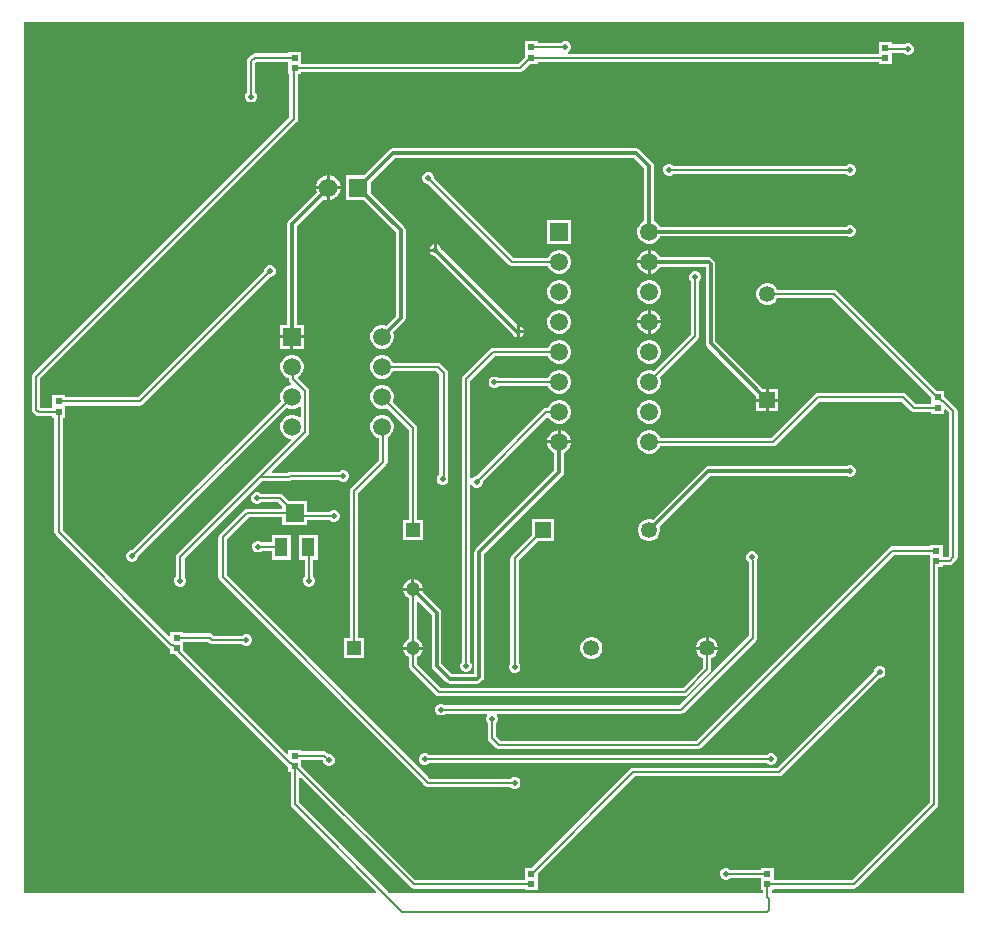
<source format=gtl>
G04*
G04 #@! TF.GenerationSoftware,Altium Limited,Altium Designer,23.11.1 (41)*
G04*
G04 Layer_Physical_Order=1*
G04 Layer_Color=255*
%FSLAX44Y44*%
%MOMM*%
G71*
G04*
G04 #@! TF.SameCoordinates,6762E12D-089E-49D2-B3B2-2041342F93EC*
G04*
G04*
G04 #@! TF.FilePolarity,Positive*
G04*
G01*
G75*
%ADD12C,0.2000*%
%ADD14R,0.6000X0.5000*%
%ADD15R,1.6000X1.6000*%
%ADD16R,1.1000X1.6000*%
%ADD19C,1.2000*%
%ADD20R,1.2000X1.2000*%
%ADD21R,1.2000X1.2000*%
%ADD24C,1.5700*%
%ADD25R,1.5700X1.5700*%
%ADD29C,0.3000*%
%ADD30R,1.3500X1.3500*%
%ADD31C,1.3500*%
%ADD32C,1.5000*%
%ADD33R,1.5000X1.5000*%
%ADD34R,1.3500X1.3500*%
%ADD35C,0.5000*%
G36*
X836000Y40000D02*
X673315D01*
Y42046D01*
X675246D01*
Y43477D01*
X742746D01*
X744112Y43749D01*
X745269Y44523D01*
X813323Y112577D01*
X814097Y113734D01*
X814369Y115100D01*
Y315620D01*
X818300D01*
Y317051D01*
X824048D01*
X825414Y317323D01*
X826571Y318097D01*
X829801Y321327D01*
X830575Y322484D01*
X830847Y323850D01*
Y447656D01*
X830575Y449021D01*
X829801Y450179D01*
X821043Y458937D01*
X819885Y459711D01*
X819570Y459774D01*
Y464414D01*
X813617D01*
X728461Y549569D01*
X727304Y550343D01*
X725938Y550615D01*
X678366D01*
X678366Y550616D01*
X677148Y552726D01*
X675426Y554448D01*
X673316Y555666D01*
X670964Y556296D01*
X668528D01*
X666176Y555666D01*
X664066Y554448D01*
X662344Y552726D01*
X661126Y550616D01*
X660496Y548264D01*
Y545828D01*
X661126Y543476D01*
X662344Y541366D01*
X664066Y539644D01*
X666176Y538426D01*
X668528Y537796D01*
X670964D01*
X673316Y538426D01*
X675426Y539644D01*
X677148Y541366D01*
X678366Y543476D01*
X678366Y543477D01*
X724460D01*
X808570Y459367D01*
Y453983D01*
X795664D01*
X787383Y462263D01*
X786226Y463037D01*
X784860Y463309D01*
X783494Y463037D01*
X783413Y462983D01*
X712301D01*
X710935Y462711D01*
X709778Y461937D01*
X673055Y425215D01*
X579143D01*
X579064Y425506D01*
X577748Y427786D01*
X575886Y429648D01*
X573606Y430965D01*
X571063Y431646D01*
X568429D01*
X565886Y430965D01*
X563606Y429648D01*
X561744Y427786D01*
X560428Y425506D01*
X559746Y422962D01*
Y420330D01*
X560428Y417786D01*
X561744Y415506D01*
X563606Y413644D01*
X565886Y412327D01*
X568429Y411646D01*
X571063D01*
X573606Y412327D01*
X575886Y413644D01*
X577748Y415506D01*
X579064Y417786D01*
X579143Y418077D01*
X674533D01*
X675899Y418349D01*
X677056Y419123D01*
X713779Y455845D01*
X783708D01*
X791663Y447891D01*
X792820Y447117D01*
X794186Y446845D01*
X808570D01*
Y445414D01*
X819570D01*
Y448658D01*
X820743Y449144D01*
X823709Y446178D01*
Y325328D01*
X822570Y324189D01*
X818300D01*
Y334620D01*
X807300D01*
Y333189D01*
X775320D01*
X773954Y332917D01*
X772797Y332143D01*
X609268Y168615D01*
X444224D01*
X440315Y172524D01*
Y183543D01*
X440985Y184214D01*
X441746Y186051D01*
Y188041D01*
X440985Y189878D01*
X440656Y190207D01*
X441182Y191477D01*
X596746D01*
X598112Y191749D01*
X599269Y192523D01*
X660269Y253523D01*
X661043Y254680D01*
X661315Y256046D01*
Y321046D01*
X661185Y321697D01*
X661746Y323051D01*
Y325041D01*
X660985Y326878D01*
X659578Y328285D01*
X657741Y329046D01*
X655751D01*
X653914Y328285D01*
X652507Y326878D01*
X651746Y325041D01*
Y323051D01*
X652507Y321214D01*
X653914Y319807D01*
X653999Y319772D01*
X654051Y319694D01*
X654177Y319568D01*
Y257524D01*
X595268Y198615D01*
X397248D01*
X396578Y199285D01*
X394741Y200046D01*
X392752D01*
X390914Y199285D01*
X389507Y197878D01*
X388746Y196041D01*
Y194051D01*
X389507Y192214D01*
X390914Y190807D01*
X392752Y190046D01*
X394741D01*
X396578Y190807D01*
X397248Y191477D01*
X432310D01*
X432836Y190207D01*
X432507Y189878D01*
X431746Y188041D01*
Y186051D01*
X432507Y184214D01*
X433177Y183543D01*
Y171046D01*
X433449Y169680D01*
X434223Y168523D01*
X440223Y162523D01*
X441380Y161749D01*
X442746Y161477D01*
X610746D01*
X612112Y161749D01*
X613269Y162523D01*
X776798Y326051D01*
X807300D01*
Y319465D01*
X807231Y319120D01*
Y116578D01*
X741268Y50615D01*
X675246D01*
Y61046D01*
X664246D01*
Y59615D01*
X638248D01*
X637578Y60285D01*
X635741Y61046D01*
X633751D01*
X631914Y60285D01*
X630507Y58878D01*
X629746Y57041D01*
Y55051D01*
X630507Y53214D01*
X631914Y51807D01*
X633751Y51046D01*
X635741D01*
X637578Y51807D01*
X638248Y52477D01*
X664246D01*
Y42046D01*
X666177D01*
Y40000D01*
X349839D01*
X273315Y116524D01*
Y137271D01*
X274488Y137757D01*
X367723Y44523D01*
X368880Y43749D01*
X370246Y43477D01*
X464246D01*
Y42046D01*
X475246D01*
Y51046D01*
Y55999D01*
X557687Y138440D01*
X679709D01*
X681075Y138712D01*
X682232Y139486D01*
X764793Y222046D01*
X765741D01*
X767578Y222807D01*
X768985Y224214D01*
X769746Y226051D01*
Y228041D01*
X768985Y229878D01*
X767578Y231285D01*
X765741Y232046D01*
X763752D01*
X761914Y231285D01*
X760507Y229878D01*
X759746Y228041D01*
Y227093D01*
X678231Y145578D01*
X556209D01*
X554843Y145306D01*
X553686Y144532D01*
X470199Y61046D01*
X464246D01*
Y50615D01*
X371724D01*
X275246Y147093D01*
Y152477D01*
X293268D01*
X293746Y151999D01*
Y151051D01*
X294507Y149214D01*
X295914Y147807D01*
X297751Y147046D01*
X299741D01*
X301578Y147807D01*
X302985Y149214D01*
X303746Y151051D01*
Y153041D01*
X302985Y154878D01*
X301578Y156285D01*
X299741Y157046D01*
X298793D01*
X297269Y158569D01*
X296112Y159343D01*
X294746Y159614D01*
X275246D01*
Y161046D01*
X264246D01*
Y157802D01*
X263073Y157316D01*
X175315Y245074D01*
Y245546D01*
X175246Y245891D01*
Y252477D01*
X196325D01*
X197280Y251523D01*
X198438Y250749D01*
X199803Y250477D01*
X225243D01*
X225914Y249807D01*
X227752Y249046D01*
X229741D01*
X231578Y249807D01*
X232985Y251214D01*
X233746Y253051D01*
Y255041D01*
X232985Y256878D01*
X231578Y258285D01*
X229741Y259046D01*
X227752D01*
X225914Y258285D01*
X225243Y257615D01*
X201281D01*
X200326Y258569D01*
X199169Y259343D01*
X197803Y259615D01*
X175246D01*
Y261046D01*
X164246D01*
Y257802D01*
X163073Y257316D01*
X73315Y347074D01*
Y442046D01*
X75246D01*
Y452477D01*
X138746D01*
X140112Y452749D01*
X141269Y453523D01*
X248793Y561046D01*
X249741D01*
X251578Y561807D01*
X252985Y563214D01*
X253746Y565051D01*
Y567040D01*
X252985Y568878D01*
X251578Y570285D01*
X249741Y571046D01*
X247751D01*
X245914Y570285D01*
X244507Y568878D01*
X243746Y567040D01*
Y566093D01*
X137268Y459614D01*
X75246D01*
Y461046D01*
X64246D01*
Y450615D01*
X54315D01*
Y475568D01*
X271269Y692523D01*
X272043Y693680D01*
X272315Y695046D01*
Y733046D01*
X275246D01*
Y734477D01*
X460246D01*
X461612Y734749D01*
X462769Y735523D01*
X469293Y742046D01*
X475246D01*
Y743227D01*
X764246D01*
Y741546D01*
X775246D01*
Y751051D01*
X784669D01*
X785914Y749807D01*
X787751Y749046D01*
X789741D01*
X791578Y749807D01*
X792985Y751214D01*
X793746Y753051D01*
Y755041D01*
X792985Y756878D01*
X791578Y758285D01*
X789741Y759046D01*
X787751D01*
X785914Y758285D01*
X785817Y758189D01*
X775246D01*
Y760546D01*
X764246D01*
Y750365D01*
X501414D01*
X501162Y751635D01*
X501578Y751807D01*
X502985Y753214D01*
X503746Y755051D01*
Y757040D01*
X502985Y758878D01*
X501578Y760285D01*
X499741Y761046D01*
X497752D01*
X495914Y760285D01*
X495243Y759615D01*
X475246D01*
Y761046D01*
X464246D01*
Y747093D01*
X458768Y741615D01*
X275246D01*
Y752046D01*
X264246D01*
Y750615D01*
X235918D01*
X234552Y750343D01*
X233394Y749569D01*
X230223Y746398D01*
X229449Y745240D01*
X229177Y743874D01*
Y717549D01*
X228507Y716878D01*
X227746Y715041D01*
Y713051D01*
X228507Y711214D01*
X229914Y709807D01*
X231751Y709046D01*
X233741D01*
X235578Y709807D01*
X236985Y711214D01*
X237746Y713051D01*
Y715041D01*
X236985Y716878D01*
X236315Y717549D01*
Y742396D01*
X237396Y743477D01*
X264246D01*
Y733046D01*
X265177D01*
Y696524D01*
X48223Y479569D01*
X47449Y478412D01*
X47178Y477046D01*
Y449046D01*
X47449Y447680D01*
X48223Y446523D01*
X50223Y444523D01*
X51380Y443749D01*
X52746Y443477D01*
X64246D01*
Y442046D01*
X66177D01*
Y345596D01*
X66449Y344231D01*
X67223Y343073D01*
X162773Y247523D01*
X163931Y246749D01*
X164246Y246686D01*
Y242046D01*
X168573D01*
X169223Y241073D01*
X262773Y147523D01*
X263931Y146749D01*
X264246Y146686D01*
Y142046D01*
X266177D01*
Y115046D01*
X266449Y113680D01*
X267223Y112523D01*
X338572Y41173D01*
X338086Y40000D01*
X40000D01*
Y777000D01*
X836000D01*
Y40000D01*
D02*
G37*
%LPC*%
G36*
X558746Y670124D02*
X558746Y670124D01*
X352446D01*
X352446Y670124D01*
X350885Y669814D01*
X349562Y668930D01*
X328028Y647396D01*
X313096D01*
Y626696D01*
X328028D01*
X355368Y599357D01*
Y528275D01*
X347122Y520030D01*
X344823Y520646D01*
X342189D01*
X339646Y519964D01*
X337366Y518648D01*
X335504Y516786D01*
X334188Y514506D01*
X333506Y511963D01*
Y509329D01*
X334188Y506786D01*
X335504Y504506D01*
X337366Y502644D01*
X339646Y501328D01*
X342189Y500646D01*
X344823D01*
X347366Y501328D01*
X349646Y502644D01*
X351508Y504506D01*
X352825Y506786D01*
X353506Y509329D01*
Y511963D01*
X352890Y514262D01*
X362330Y523702D01*
X362330Y523702D01*
X363214Y525025D01*
X363524Y526586D01*
Y601046D01*
X363214Y602607D01*
X362330Y603930D01*
X362330Y603930D01*
X333796Y632464D01*
Y641628D01*
X354135Y661968D01*
X557057D01*
X565668Y653357D01*
Y608638D01*
X563606Y607448D01*
X561744Y605586D01*
X560428Y603306D01*
X559746Y600762D01*
Y598130D01*
X560428Y595586D01*
X561744Y593306D01*
X563606Y591444D01*
X565886Y590127D01*
X568429Y589446D01*
X571063D01*
X573606Y590127D01*
X575886Y591444D01*
X577748Y593306D01*
X579064Y595586D01*
X579086Y595668D01*
X737251D01*
X738752Y595046D01*
X740741D01*
X742578Y595807D01*
X743985Y597214D01*
X744746Y599051D01*
Y601041D01*
X743985Y602878D01*
X742578Y604285D01*
X740741Y605046D01*
X738752D01*
X736914Y604285D01*
X736453Y603824D01*
X578765D01*
X577748Y605586D01*
X575886Y607448D01*
X573824Y608638D01*
Y655046D01*
X573824Y655046D01*
X573514Y656607D01*
X572630Y657930D01*
X561630Y668930D01*
X560307Y669814D01*
X560048Y669865D01*
X558746Y670124D01*
D02*
G37*
G36*
X740741Y657046D02*
X738752D01*
X736914Y656285D01*
X736244Y655615D01*
X590248D01*
X589578Y656285D01*
X587741Y657046D01*
X585751D01*
X583914Y656285D01*
X582507Y654878D01*
X581746Y653041D01*
Y651051D01*
X582507Y649214D01*
X583914Y647807D01*
X585751Y647046D01*
X587741D01*
X589578Y647807D01*
X590248Y648477D01*
X736244D01*
X736914Y647807D01*
X738752Y647046D01*
X740741D01*
X742578Y647807D01*
X743985Y649214D01*
X744746Y651051D01*
Y653041D01*
X743985Y654878D01*
X742578Y656285D01*
X740741Y657046D01*
D02*
G37*
G36*
X299414Y647436D02*
X299316D01*
Y638316D01*
X308436D01*
Y638414D01*
X307728Y641056D01*
X306360Y643426D01*
X304426Y645360D01*
X302056Y646728D01*
X299414Y647436D01*
D02*
G37*
G36*
X296776D02*
X296678D01*
X294036Y646728D01*
X291666Y645360D01*
X289732Y643426D01*
X288364Y641056D01*
X287656Y638414D01*
Y638316D01*
X296776D01*
Y647436D01*
D02*
G37*
G36*
X308436Y635776D02*
X299316D01*
Y626656D01*
X299414D01*
X302056Y627364D01*
X304426Y628732D01*
X306360Y630666D01*
X307728Y633036D01*
X308436Y635678D01*
Y635776D01*
D02*
G37*
G36*
X296776D02*
X287656D01*
Y635678D01*
X288344Y633111D01*
X264422Y609190D01*
X263538Y607867D01*
X263228Y606306D01*
X263228Y606306D01*
Y520686D01*
X257266D01*
Y511916D01*
X277346D01*
Y520686D01*
X271384D01*
Y604617D01*
X294111Y627344D01*
X296678Y626656D01*
X296776D01*
Y635776D01*
D02*
G37*
G36*
X503546Y609446D02*
X483546D01*
Y589446D01*
X503546D01*
Y609446D01*
D02*
G37*
G36*
X387476Y588975D02*
X385891Y588319D01*
X384473Y586901D01*
X383817Y585316D01*
X387476D01*
Y588975D01*
D02*
G37*
G36*
X568476Y584086D02*
X568424D01*
X565871Y583402D01*
X563581Y582080D01*
X561712Y580211D01*
X560390Y577921D01*
X559706Y575368D01*
Y575316D01*
X568476D01*
Y584086D01*
D02*
G37*
G36*
X383741Y650046D02*
X381752D01*
X379914Y649285D01*
X378507Y647878D01*
X377746Y646041D01*
Y644051D01*
X378507Y642214D01*
X379914Y640807D01*
X381752Y640046D01*
X382699D01*
X451223Y571523D01*
X452380Y570749D01*
X453746Y570477D01*
X484150D01*
X484227Y570186D01*
X485544Y567906D01*
X487406Y566044D01*
X489686Y564728D01*
X492229Y564046D01*
X494863D01*
X497406Y564728D01*
X499686Y566044D01*
X501548Y567906D01*
X502864Y570186D01*
X503546Y572729D01*
Y575363D01*
X502864Y577906D01*
X501548Y580186D01*
X499686Y582048D01*
X497406Y583364D01*
X494863Y584046D01*
X492229D01*
X489686Y583364D01*
X487406Y582048D01*
X485544Y580186D01*
X484227Y577906D01*
X484150Y577615D01*
X455224D01*
X387746Y645093D01*
Y646041D01*
X386985Y647878D01*
X385578Y649285D01*
X383741Y650046D01*
D02*
G37*
G36*
X568476Y572776D02*
X559706D01*
Y572724D01*
X560390Y570171D01*
X561712Y567881D01*
X563581Y566012D01*
X565871Y564690D01*
X568424Y564006D01*
X568476D01*
Y572776D01*
D02*
G37*
G36*
X571063Y558646D02*
X568429D01*
X565886Y557965D01*
X563606Y556648D01*
X561744Y554786D01*
X560428Y552506D01*
X559746Y549963D01*
Y547329D01*
X560428Y544786D01*
X561744Y542506D01*
X563606Y540644D01*
X565886Y539328D01*
X568429Y538646D01*
X571063D01*
X573606Y539328D01*
X575886Y540644D01*
X577748Y542506D01*
X579064Y544786D01*
X579746Y547329D01*
Y549963D01*
X579064Y552506D01*
X577748Y554786D01*
X575886Y556648D01*
X573606Y557965D01*
X571063Y558646D01*
D02*
G37*
G36*
X494863D02*
X492229D01*
X489686Y557965D01*
X487406Y556648D01*
X485544Y554786D01*
X484227Y552506D01*
X483546Y549963D01*
Y547329D01*
X484227Y544786D01*
X485544Y542506D01*
X487406Y540644D01*
X489686Y539328D01*
X492229Y538646D01*
X494863D01*
X497406Y539328D01*
X499686Y540644D01*
X501548Y542506D01*
X502864Y544786D01*
X503546Y547329D01*
Y549963D01*
X502864Y552506D01*
X501548Y554786D01*
X499686Y556648D01*
X497406Y557965D01*
X494863Y558646D01*
D02*
G37*
G36*
X571068Y533286D02*
X571016D01*
Y524516D01*
X579786D01*
Y524568D01*
X579102Y527121D01*
X577780Y529411D01*
X575911Y531280D01*
X573621Y532602D01*
X571068Y533286D01*
D02*
G37*
G36*
X568476D02*
X568424D01*
X565871Y532602D01*
X563581Y531280D01*
X561712Y529411D01*
X560390Y527121D01*
X559706Y524568D01*
Y524516D01*
X568476D01*
Y533286D01*
D02*
G37*
G36*
X460016Y519975D02*
Y516316D01*
X463675D01*
X463019Y517901D01*
X461601Y519319D01*
X460016Y519975D01*
D02*
G37*
G36*
X494863Y533246D02*
X492229D01*
X489686Y532565D01*
X487406Y531248D01*
X485544Y529386D01*
X484227Y527106D01*
X483546Y524562D01*
Y521930D01*
X484227Y519386D01*
X485544Y517106D01*
X487406Y515244D01*
X489686Y513927D01*
X492229Y513246D01*
X494863D01*
X497406Y513927D01*
X499686Y515244D01*
X501548Y517106D01*
X502864Y519386D01*
X503546Y521930D01*
Y524562D01*
X502864Y527106D01*
X501548Y529386D01*
X499686Y531248D01*
X497406Y532565D01*
X494863Y533246D01*
D02*
G37*
G36*
X579786Y521976D02*
X571016D01*
Y513206D01*
X571068D01*
X573621Y513890D01*
X575911Y515212D01*
X577780Y517081D01*
X579102Y519371D01*
X579786Y521924D01*
Y521976D01*
D02*
G37*
G36*
X568476D02*
X559706D01*
Y521924D01*
X560390Y519371D01*
X561712Y517081D01*
X563581Y515212D01*
X565871Y513890D01*
X568424Y513206D01*
X568476D01*
Y521976D01*
D02*
G37*
G36*
X463675Y513776D02*
X460016D01*
Y510117D01*
X461601Y510773D01*
X463019Y512191D01*
X463675Y513776D01*
D02*
G37*
G36*
X390016Y588975D02*
Y584046D01*
X388746D01*
Y582776D01*
X383817D01*
X384473Y581191D01*
X385891Y579773D01*
X387743Y579006D01*
X388018D01*
X454219Y512806D01*
X454473Y512191D01*
X455891Y510773D01*
X457476Y510117D01*
Y515046D01*
Y521084D01*
X393786Y584774D01*
Y585048D01*
X393019Y586901D01*
X391601Y588319D01*
X390016Y588975D01*
D02*
G37*
G36*
X277346Y509376D02*
X268576D01*
Y500606D01*
X277346D01*
Y509376D01*
D02*
G37*
G36*
X266036D02*
X257266D01*
Y500606D01*
X266036D01*
Y509376D01*
D02*
G37*
G36*
X571063Y507846D02*
X568429D01*
X565886Y507164D01*
X563606Y505848D01*
X561744Y503986D01*
X560428Y501706D01*
X559746Y499162D01*
Y496530D01*
X560428Y493986D01*
X561744Y491706D01*
X563606Y489844D01*
X565886Y488527D01*
X568429Y487846D01*
X571063D01*
X573606Y488527D01*
X575886Y489844D01*
X577748Y491706D01*
X579064Y493986D01*
X579746Y496530D01*
Y499162D01*
X579064Y501706D01*
X577748Y503986D01*
X575886Y505848D01*
X573606Y507164D01*
X571063Y507846D01*
D02*
G37*
G36*
X494863D02*
X492229D01*
X489686Y507164D01*
X487406Y505848D01*
X485544Y503986D01*
X484227Y501706D01*
X484150Y501415D01*
X437546D01*
X436180Y501143D01*
X435023Y500369D01*
X412223Y477569D01*
X411449Y476412D01*
X411177Y475046D01*
Y235548D01*
X410507Y234878D01*
X409746Y233041D01*
Y231051D01*
X410507Y229214D01*
X411914Y227807D01*
X413751Y227046D01*
X415741D01*
X417578Y227807D01*
X418985Y229214D01*
X419746Y231051D01*
Y233041D01*
X418985Y234878D01*
X418315Y235548D01*
Y384774D01*
X419210Y385104D01*
X419585Y385136D01*
X420914Y383807D01*
X422752Y383046D01*
X424741D01*
X426578Y383807D01*
X427985Y385214D01*
X428746Y387051D01*
Y387999D01*
X483190Y442443D01*
X484777Y442234D01*
X485544Y440906D01*
X487406Y439044D01*
X489686Y437728D01*
X492229Y437046D01*
X494863D01*
X497406Y437728D01*
X499686Y439044D01*
X501548Y440906D01*
X502864Y443186D01*
X503546Y445729D01*
Y448363D01*
X502864Y450906D01*
X501548Y453186D01*
X499686Y455048D01*
X497406Y456365D01*
X494863Y457046D01*
X492229D01*
X489686Y456365D01*
X487406Y455048D01*
X485544Y453186D01*
X484227Y450906D01*
X484150Y450615D01*
X482746D01*
X481380Y450343D01*
X480223Y449569D01*
X423699Y393046D01*
X422752D01*
X420914Y392285D01*
X419585Y390956D01*
X419210Y390988D01*
X418315Y391318D01*
Y473568D01*
X439024Y494277D01*
X484150D01*
X484227Y493986D01*
X485544Y491706D01*
X487406Y489844D01*
X489686Y488527D01*
X492229Y487846D01*
X494863D01*
X497406Y488527D01*
X499686Y489844D01*
X501548Y491706D01*
X502864Y493986D01*
X503546Y496530D01*
Y499162D01*
X502864Y501706D01*
X501548Y503986D01*
X499686Y505848D01*
X497406Y507164D01*
X494863Y507846D01*
D02*
G37*
G36*
X609741Y566046D02*
X607752D01*
X605914Y565285D01*
X604507Y563878D01*
X603746Y562041D01*
Y560051D01*
X604507Y558214D01*
X605177Y557543D01*
Y512924D01*
X573867Y481614D01*
X573606Y481764D01*
X571063Y482446D01*
X568429D01*
X565886Y481764D01*
X563606Y480448D01*
X561744Y478586D01*
X560428Y476306D01*
X559746Y473763D01*
Y471129D01*
X560428Y468586D01*
X561744Y466306D01*
X563606Y464444D01*
X565886Y463128D01*
X568429Y462446D01*
X571063D01*
X573606Y463128D01*
X575886Y464444D01*
X577748Y466306D01*
X579064Y468586D01*
X579746Y471129D01*
Y473763D01*
X579064Y476306D01*
X578914Y476567D01*
X611269Y508923D01*
X612043Y510080D01*
X612315Y511446D01*
Y557543D01*
X612985Y558214D01*
X613746Y560051D01*
Y562041D01*
X612985Y563878D01*
X611578Y565285D01*
X609741Y566046D01*
D02*
G37*
G36*
X494863Y482446D02*
X492229D01*
X489686Y481764D01*
X487406Y480448D01*
X485544Y478586D01*
X484227Y476306D01*
X484096Y475815D01*
X442048D01*
X441578Y476285D01*
X439741Y477046D01*
X437751D01*
X435914Y476285D01*
X434507Y474878D01*
X433746Y473041D01*
Y471051D01*
X434507Y469214D01*
X435914Y467807D01*
X437751Y467046D01*
X439741D01*
X441578Y467807D01*
X442449Y468677D01*
X484203D01*
X484227Y468586D01*
X485544Y466306D01*
X487406Y464444D01*
X489686Y463128D01*
X492229Y462446D01*
X494863D01*
X497406Y463128D01*
X499686Y464444D01*
X501548Y466306D01*
X502864Y468586D01*
X503546Y471129D01*
Y473763D01*
X502864Y476306D01*
X501548Y478586D01*
X499686Y480448D01*
X497406Y481764D01*
X494863Y482446D01*
D02*
G37*
G36*
X679036Y466336D02*
X671016D01*
Y458316D01*
X679036D01*
Y466336D01*
D02*
G37*
G36*
X571068Y584086D02*
X571016D01*
Y574046D01*
Y564006D01*
X571068D01*
X573621Y564690D01*
X575911Y566012D01*
X577780Y567881D01*
X578985Y569968D01*
X617668D01*
Y505046D01*
X617668Y505046D01*
X617978Y503485D01*
X618862Y502162D01*
X660456Y460568D01*
Y458316D01*
X668476D01*
Y466336D01*
X666224D01*
X625824Y506735D01*
Y572289D01*
X625824Y572289D01*
X625514Y573849D01*
X624630Y575173D01*
X624630Y575173D01*
X622873Y576930D01*
X621549Y577814D01*
X619989Y578124D01*
X619989Y578124D01*
X578985D01*
X577780Y580211D01*
X575911Y582080D01*
X573621Y583402D01*
X571068Y584086D01*
D02*
G37*
G36*
X679036Y455776D02*
X671016D01*
Y447756D01*
X679036D01*
Y455776D01*
D02*
G37*
G36*
X668476D02*
X660456D01*
Y447756D01*
X668476D01*
Y455776D01*
D02*
G37*
G36*
X268623Y495246D02*
X265989D01*
X263446Y494565D01*
X261166Y493248D01*
X259304Y491386D01*
X257987Y489106D01*
X257306Y486562D01*
Y483929D01*
X257987Y481386D01*
X259304Y479106D01*
X261166Y477244D01*
X263446Y475928D01*
X264394Y475674D01*
Y474746D01*
X264665Y473380D01*
X265439Y472223D01*
X266642Y471019D01*
X266156Y469846D01*
X265989D01*
X263446Y469165D01*
X261166Y467848D01*
X259304Y465986D01*
X257987Y463706D01*
X257306Y461162D01*
Y458530D01*
X257987Y455986D01*
X257999Y455966D01*
X132079Y330046D01*
X130751D01*
X128914Y329285D01*
X127507Y327878D01*
X126746Y326040D01*
Y324051D01*
X127507Y322214D01*
X128914Y320807D01*
X130751Y320046D01*
X132741D01*
X134578Y320807D01*
X135985Y322214D01*
X136746Y324051D01*
Y324619D01*
X262944Y450817D01*
X263446Y450527D01*
X265989Y449846D01*
X268623D01*
X271166Y450527D01*
X273446Y451844D01*
X273564Y451962D01*
X274737Y451476D01*
Y442816D01*
X273564Y442330D01*
X273446Y442448D01*
X271166Y443764D01*
X268623Y444446D01*
X265989D01*
X263446Y443764D01*
X261166Y442448D01*
X259304Y440586D01*
X257987Y438306D01*
X257306Y435762D01*
Y433130D01*
X257987Y430586D01*
X259304Y428306D01*
X261166Y426444D01*
X263446Y425127D01*
X265989Y424446D01*
X266156D01*
X266642Y423273D01*
X237939Y394569D01*
X170223Y326853D01*
X169449Y325695D01*
X169177Y324330D01*
Y307549D01*
X168507Y306878D01*
X167746Y305041D01*
Y303051D01*
X168507Y301214D01*
X169914Y299807D01*
X171751Y299046D01*
X173741D01*
X175578Y299807D01*
X176985Y301214D01*
X177746Y303051D01*
Y305041D01*
X176985Y306878D01*
X176315Y307549D01*
Y322851D01*
X241940Y388477D01*
X264426D01*
X265791Y388749D01*
X266882Y389477D01*
X307243D01*
X307914Y388807D01*
X309751Y388046D01*
X311741D01*
X313578Y388807D01*
X314985Y390214D01*
X315746Y392051D01*
Y394041D01*
X314985Y395878D01*
X313578Y397285D01*
X311741Y398046D01*
X309751D01*
X307914Y397285D01*
X307243Y396615D01*
X265426D01*
X264060Y396343D01*
X262970Y395615D01*
X250737D01*
X250251Y396788D01*
X280829Y427366D01*
X281603Y428524D01*
X281875Y429890D01*
Y464402D01*
X281603Y465768D01*
X280829Y466926D01*
X272323Y475432D01*
X272489Y476691D01*
X273446Y477244D01*
X275308Y479106D01*
X276625Y481386D01*
X277306Y483929D01*
Y486562D01*
X276625Y489106D01*
X275308Y491386D01*
X273446Y493248D01*
X271166Y494565D01*
X268623Y495246D01*
D02*
G37*
G36*
X571063Y457046D02*
X568429D01*
X565886Y456365D01*
X563606Y455048D01*
X561744Y453186D01*
X560428Y450906D01*
X559746Y448363D01*
Y445729D01*
X560428Y443186D01*
X561744Y440906D01*
X563606Y439044D01*
X565886Y437728D01*
X568429Y437046D01*
X571063D01*
X573606Y437728D01*
X575886Y439044D01*
X577748Y440906D01*
X579064Y443186D01*
X579746Y445729D01*
Y448363D01*
X579064Y450906D01*
X577748Y453186D01*
X575886Y455048D01*
X573606Y456365D01*
X571063Y457046D01*
D02*
G37*
G36*
X494868Y431686D02*
X494816D01*
Y422916D01*
X503586D01*
Y422968D01*
X502902Y425521D01*
X501580Y427811D01*
X499711Y429680D01*
X497421Y431002D01*
X494868Y431686D01*
D02*
G37*
G36*
X492276D02*
X492224D01*
X489671Y431002D01*
X487381Y429680D01*
X485512Y427811D01*
X484190Y425521D01*
X483506Y422968D01*
Y422916D01*
X492276D01*
Y431686D01*
D02*
G37*
G36*
X740741Y402046D02*
X738752D01*
X736914Y401285D01*
X736753Y401124D01*
X619746D01*
X619746Y401124D01*
X618185Y400814D01*
X616862Y399930D01*
X572750Y355817D01*
X570964Y356296D01*
X568528D01*
X566176Y355666D01*
X564066Y354448D01*
X562344Y352726D01*
X561126Y350616D01*
X560496Y348264D01*
Y345828D01*
X561126Y343476D01*
X562344Y341366D01*
X564066Y339644D01*
X566176Y338426D01*
X568528Y337796D01*
X570964D01*
X573316Y338426D01*
X575426Y339644D01*
X577148Y341366D01*
X578366Y343476D01*
X578996Y345828D01*
Y348264D01*
X578517Y350050D01*
X621435Y392968D01*
X736753D01*
X736914Y392807D01*
X738752Y392046D01*
X740741D01*
X742578Y392807D01*
X743985Y394214D01*
X744746Y396051D01*
Y398041D01*
X743985Y399878D01*
X742578Y401285D01*
X740741Y402046D01*
D02*
G37*
G36*
X344823Y495246D02*
X342189D01*
X339646Y494565D01*
X337366Y493248D01*
X335504Y491386D01*
X334188Y489106D01*
X333506Y486562D01*
Y483929D01*
X334188Y481386D01*
X335504Y479106D01*
X337366Y477244D01*
X339646Y475928D01*
X342189Y475246D01*
X344823D01*
X347366Y475928D01*
X349646Y477244D01*
X351508Y479106D01*
X352825Y481386D01*
X352903Y481677D01*
X389068D01*
X392177Y478568D01*
Y394394D01*
X391914Y394285D01*
X390507Y392878D01*
X389746Y391041D01*
Y389051D01*
X390507Y387214D01*
X391914Y385807D01*
X393751Y385046D01*
X395741D01*
X397578Y385807D01*
X398985Y387214D01*
X399746Y389051D01*
Y391041D01*
X399315Y392082D01*
Y480046D01*
X399043Y481412D01*
X398269Y482569D01*
X393069Y487769D01*
X391912Y488543D01*
X390546Y488815D01*
X352903D01*
X352825Y489106D01*
X351508Y491386D01*
X349646Y493248D01*
X347366Y494565D01*
X344823Y495246D01*
D02*
G37*
G36*
X238741Y379046D02*
X236751D01*
X234914Y378285D01*
X233507Y376878D01*
X232746Y375041D01*
Y373051D01*
X233507Y371214D01*
X234914Y369807D01*
X236751Y369046D01*
X238741D01*
X240578Y369807D01*
X241248Y370477D01*
X255768D01*
X259246Y366999D01*
Y365115D01*
X229246D01*
X227880Y364843D01*
X226723Y364069D01*
X206041Y343387D01*
X205267Y342230D01*
X204995Y340864D01*
Y307228D01*
X205267Y305862D01*
X206041Y304705D01*
X380223Y130523D01*
X381380Y129749D01*
X382746Y129477D01*
X452243D01*
X452914Y128807D01*
X454752Y128046D01*
X456741D01*
X458578Y128807D01*
X459985Y130214D01*
X460746Y132051D01*
Y134040D01*
X459985Y135878D01*
X458578Y137285D01*
X456741Y138046D01*
X454752D01*
X452914Y137285D01*
X452243Y136615D01*
X384224D01*
X212133Y308706D01*
Y339386D01*
X230724Y357977D01*
X259246D01*
Y351046D01*
X280246D01*
Y355477D01*
X299244D01*
X299914Y354807D01*
X301751Y354046D01*
X303741D01*
X305578Y354807D01*
X306985Y356214D01*
X307746Y358051D01*
Y360041D01*
X306985Y361878D01*
X305578Y363285D01*
X303741Y364046D01*
X301751D01*
X299914Y363285D01*
X299244Y362615D01*
X280246D01*
Y372046D01*
X264293D01*
X259769Y376569D01*
X258612Y377343D01*
X257246Y377615D01*
X241248D01*
X240578Y378285D01*
X238741Y379046D01*
D02*
G37*
G36*
X344823Y469846D02*
X342189D01*
X339646Y469165D01*
X337366Y467848D01*
X335504Y465986D01*
X334188Y463706D01*
X333506Y461162D01*
Y458530D01*
X334188Y455986D01*
X335504Y453706D01*
X337366Y451844D01*
X339646Y450527D01*
X342189Y449846D01*
X344823D01*
X347366Y450527D01*
X347627Y450678D01*
X366177Y432128D01*
Y355546D01*
X361246D01*
Y338546D01*
X378246D01*
Y355546D01*
X373315D01*
Y433606D01*
X373043Y434972D01*
X372269Y436129D01*
X352674Y455725D01*
X352825Y455986D01*
X353506Y458530D01*
Y461162D01*
X352825Y463706D01*
X351508Y465986D01*
X349646Y467848D01*
X347366Y469165D01*
X344823Y469846D01*
D02*
G37*
G36*
X266246Y343046D02*
X250246D01*
Y336615D01*
X242248D01*
X241578Y337285D01*
X239741Y338046D01*
X237752D01*
X235914Y337285D01*
X234507Y335878D01*
X233746Y334041D01*
Y332051D01*
X234507Y330214D01*
X235914Y328807D01*
X237752Y328046D01*
X239741D01*
X241578Y328807D01*
X242248Y329477D01*
X250246D01*
Y322046D01*
X266246D01*
Y343046D01*
D02*
G37*
G36*
X289246D02*
X273246D01*
Y322046D01*
X278177D01*
Y307549D01*
X277507Y306878D01*
X276746Y305041D01*
Y303051D01*
X277507Y301214D01*
X278914Y299807D01*
X280751Y299046D01*
X282741D01*
X284578Y299807D01*
X285985Y301214D01*
X286746Y303051D01*
Y305041D01*
X285985Y306878D01*
X285315Y307549D01*
Y322046D01*
X289246D01*
Y343046D01*
D02*
G37*
G36*
X371016Y305547D02*
Y298316D01*
X378247D01*
X377704Y300342D01*
X376580Y302290D01*
X374990Y303880D01*
X373042Y305004D01*
X371016Y305547D01*
D02*
G37*
G36*
X368476D02*
X366450Y305004D01*
X364502Y303880D01*
X362912Y302290D01*
X361788Y300342D01*
X361245Y298316D01*
X368476D01*
Y305547D01*
D02*
G37*
G36*
X620016Y256323D02*
Y248316D01*
X628023D01*
X627403Y250632D01*
X626180Y252750D01*
X624450Y254480D01*
X622332Y255703D01*
X620016Y256323D01*
D02*
G37*
G36*
X617476Y256323D02*
X615160Y255703D01*
X613042Y254480D01*
X611312Y252750D01*
X610089Y250632D01*
X609469Y248316D01*
X617476D01*
Y256323D01*
D02*
G37*
G36*
X344823Y444446D02*
X342189D01*
X339646Y443764D01*
X337366Y442448D01*
X335504Y440586D01*
X334188Y438306D01*
X333506Y435762D01*
Y433130D01*
X334188Y430586D01*
X335504Y428306D01*
X337366Y426444D01*
X339646Y425127D01*
X341177Y424717D01*
Y406524D01*
X317223Y382569D01*
X316449Y381412D01*
X316177Y380046D01*
Y255546D01*
X311246D01*
Y238546D01*
X328246D01*
Y255546D01*
X323315D01*
Y378568D01*
X347269Y402523D01*
X348043Y403680D01*
X348315Y405046D01*
Y425675D01*
X349646Y426444D01*
X351508Y428306D01*
X352825Y430586D01*
X353506Y433130D01*
Y435762D01*
X352825Y438306D01*
X351508Y440586D01*
X349646Y442448D01*
X347366Y443764D01*
X344823Y444446D01*
D02*
G37*
G36*
X521964Y256296D02*
X519528D01*
X517176Y255666D01*
X515066Y254448D01*
X513344Y252726D01*
X512126Y250616D01*
X511496Y248264D01*
Y245828D01*
X512126Y243476D01*
X513344Y241366D01*
X515066Y239644D01*
X517176Y238426D01*
X519528Y237796D01*
X521964D01*
X524316Y238426D01*
X526426Y239644D01*
X528148Y241366D01*
X529366Y243476D01*
X529996Y245828D01*
Y248264D01*
X529366Y250616D01*
X528148Y252726D01*
X526426Y254448D01*
X524316Y255666D01*
X521964Y256296D01*
D02*
G37*
G36*
X488996Y356296D02*
X470496D01*
Y342843D01*
X453223Y325569D01*
X452449Y324412D01*
X452178Y323046D01*
Y234548D01*
X451507Y233878D01*
X450746Y232041D01*
Y230051D01*
X451507Y228214D01*
X452914Y226807D01*
X454752Y226046D01*
X456741D01*
X458578Y226807D01*
X459985Y228214D01*
X460746Y230051D01*
Y232041D01*
X459985Y233878D01*
X459315Y234548D01*
Y321568D01*
X475543Y337796D01*
X488996D01*
Y356296D01*
D02*
G37*
G36*
X503586Y420376D02*
X483506D01*
Y420324D01*
X484190Y417771D01*
X485512Y415481D01*
X487381Y413612D01*
X489468Y412407D01*
Y397535D01*
X422862Y330930D01*
X421978Y329607D01*
X421668Y328046D01*
X421668Y328046D01*
Y225124D01*
X402435D01*
X393824Y233735D01*
Y277046D01*
X393514Y278607D01*
X392630Y279930D01*
X392630Y279930D01*
X377938Y294622D01*
X378247Y295776D01*
X369746D01*
Y297046D01*
D01*
Y295776D01*
X361245D01*
X361788Y293750D01*
X362912Y291802D01*
X364502Y290212D01*
X366177Y289245D01*
Y254847D01*
X364502Y253880D01*
X362912Y252290D01*
X361788Y250342D01*
X361245Y248316D01*
X378247D01*
X377704Y250342D01*
X376580Y252290D01*
X374990Y253880D01*
X373315Y254847D01*
Y286050D01*
X374488Y286536D01*
X385668Y275357D01*
Y232046D01*
X385668Y232046D01*
X385978Y230485D01*
X386862Y229162D01*
X397862Y218162D01*
X399185Y217278D01*
X400746Y216968D01*
X400746Y216968D01*
X423988D01*
X423989Y216968D01*
X425549Y217278D01*
X426872Y218162D01*
X428630Y219919D01*
X428630Y219919D01*
X429514Y221243D01*
X429824Y222803D01*
X429824Y222803D01*
Y326357D01*
X496430Y392962D01*
X497314Y394285D01*
X497624Y395846D01*
X497624Y395846D01*
Y412407D01*
X499711Y413612D01*
X501580Y415481D01*
X502902Y417771D01*
X503586Y420324D01*
Y420376D01*
D02*
G37*
G36*
X628023Y245776D02*
X618746D01*
X609469D01*
X610089Y243460D01*
X611312Y241342D01*
X613042Y239612D01*
X615160Y238389D01*
X615177Y238384D01*
Y230524D01*
X598268Y213615D01*
X393224D01*
X373315Y233524D01*
Y239245D01*
X374990Y240212D01*
X376580Y241802D01*
X377704Y243750D01*
X378247Y245776D01*
X361245D01*
X361788Y243750D01*
X362912Y241802D01*
X364502Y240212D01*
X366177Y239245D01*
Y232046D01*
X366449Y230680D01*
X367223Y229523D01*
X389223Y207523D01*
X390380Y206749D01*
X391746Y206477D01*
X599746D01*
X601112Y206749D01*
X602269Y207523D01*
X621269Y226523D01*
X622043Y227680D01*
X622315Y229046D01*
Y238384D01*
X622332Y238389D01*
X624450Y239612D01*
X626180Y241342D01*
X627403Y243460D01*
X628023Y245776D01*
D02*
G37*
G36*
X673741Y158046D02*
X671751D01*
X669914Y157285D01*
X669243Y156615D01*
X383248D01*
X382578Y157285D01*
X380741Y158046D01*
X378751D01*
X376914Y157285D01*
X375507Y155878D01*
X374746Y154041D01*
Y152051D01*
X375507Y150214D01*
X376914Y148807D01*
X378751Y148046D01*
X380741D01*
X382578Y148807D01*
X383248Y149477D01*
X669243D01*
X669914Y148807D01*
X671751Y148046D01*
X673741D01*
X675578Y148807D01*
X676985Y150214D01*
X677746Y152051D01*
Y154041D01*
X676985Y155878D01*
X675578Y157285D01*
X673741Y158046D01*
D02*
G37*
%LPD*%
D12*
X369746Y347046D02*
Y433606D01*
X343506Y459846D02*
X369746Y433606D01*
X824048Y320620D02*
X827278Y323850D01*
X812800Y320620D02*
X824048D01*
X827278Y323850D02*
Y447656D01*
X814570Y459414D02*
X817570Y456414D01*
X818520D01*
X827278Y447656D01*
X814070Y459414D02*
X814570D01*
X742746Y47046D02*
X810800Y115100D01*
X812300Y320620D02*
X812800D01*
X810800Y319120D02*
X812300Y320620D01*
X810800Y115100D02*
Y319120D01*
X610746Y165046D02*
X775320Y329620D01*
X812800D01*
X669746Y547046D02*
X725938D01*
X813570Y459414D01*
X814070D01*
X794186Y450414D02*
X814070D01*
X784860Y459740D02*
X794186Y450414D01*
X712301Y459414D02*
X784534D01*
X784860Y459740D01*
X674533Y421646D02*
X712301Y459414D01*
X570546Y420846D02*
X571346Y421646D01*
X674533D01*
X569746D02*
X570546Y420846D01*
X267306Y485246D02*
X267962Y484590D01*
Y474746D02*
X278306Y464402D01*
X267962Y474746D02*
Y484590D01*
X414746Y232046D02*
Y475046D01*
X165296Y250046D02*
X166246D01*
X278306Y429890D02*
Y464402D01*
X69746Y345596D02*
X165296Y250046D01*
X166246D02*
X169246Y247046D01*
X169746D02*
X170246D01*
X169246D02*
X169746D01*
X437546Y497846D02*
X493546D01*
X414746Y475046D02*
X437546Y497846D01*
X438946Y472246D02*
X493346D01*
X438746Y472046D02*
X438946Y472246D01*
X169746Y256046D02*
X197803D01*
X199803Y254046D01*
X228746D01*
X208564Y307228D02*
X382746Y133046D01*
X455746D01*
X423746Y388046D02*
X482746Y447046D01*
X493546D01*
X208564Y307228D02*
Y340864D01*
X269246Y147046D02*
X269746D01*
X171746Y243596D02*
X265296Y150046D01*
X266246D02*
X269246Y147046D01*
X171746Y243596D02*
Y245546D01*
X170246Y247046D02*
X171746Y245546D01*
X265296Y150046D02*
X266246D01*
X319746Y247046D02*
Y380046D01*
X369746Y247046D02*
Y297046D01*
X455746Y231046D02*
Y323046D01*
X479746Y347046D01*
X656574Y322218D02*
Y323874D01*
X656746Y324046D01*
X656574Y322218D02*
X657746Y321046D01*
Y256046D02*
Y321046D01*
X596746Y195046D02*
X657746Y256046D01*
X393746Y195046D02*
X596746D01*
X599746Y210046D02*
X618746Y229046D01*
X391746Y210046D02*
X599746D01*
X618746Y229046D02*
Y247046D01*
X442746Y165046D02*
X610746D01*
X379746Y153046D02*
X672746D01*
X556209Y142009D02*
X679709D01*
X764746Y227046D01*
X470246Y56046D02*
X556209Y142009D01*
X436746Y171046D02*
Y187046D01*
Y171046D02*
X442746Y165046D01*
X319746Y380046D02*
X344746Y405046D01*
X132126Y325046D02*
X266926Y459846D01*
X131746Y325046D02*
X132126D01*
X266926Y459846D02*
X267306D01*
X294746Y156046D02*
X298746Y152046D01*
X269746Y156046D02*
X294746D01*
X493346Y472246D02*
X493546Y472446D01*
X343506Y485246D02*
X390546D01*
X395746Y480046D01*
Y391046D02*
Y480046D01*
X394746Y390046D02*
X395746Y391046D01*
X469746Y756046D02*
X498746D01*
X469996Y746796D02*
X769496D01*
X586746Y652046D02*
X739746D01*
X469746Y56046D02*
X470246D01*
X257746Y333046D02*
X258246Y332546D01*
X238746Y333046D02*
X257746D01*
X264426Y392046D02*
X265426Y393046D01*
X310746D01*
X237746Y374046D02*
X257246D01*
X269746Y361546D01*
X172746Y324330D02*
X240462Y392046D01*
X264426D01*
X272246Y359046D02*
X302746D01*
X269746Y361546D02*
X272246Y359046D01*
X240462Y392046D02*
X278306Y429890D01*
X281746Y304046D02*
Y332046D01*
X281246Y332546D02*
X281746Y332046D01*
X172746Y304046D02*
Y324330D01*
X208564Y340864D02*
X229246Y361546D01*
X344746Y405046D02*
Y433206D01*
X343506Y434446D02*
X344746Y433206D01*
X229246Y361546D02*
X269746D01*
X369746Y232046D02*
X391746Y210046D01*
X669746Y35968D02*
X670918Y34796D01*
Y25218D02*
Y34796D01*
X360746Y24046D02*
X669746D01*
X669746Y35968D02*
Y47046D01*
X669746Y24046D02*
X670918Y25218D01*
X269746Y115046D02*
X360746Y24046D01*
X269746Y115046D02*
Y147046D01*
X669746Y56046D02*
X669746Y56046D01*
X634746Y56046D02*
X669746D01*
X69746Y456046D02*
X138746D01*
X248746Y566046D01*
X268746Y695046D02*
Y737046D01*
X269746Y738046D01*
X50746Y477046D02*
X268746Y695046D01*
X50746Y449046D02*
Y477046D01*
Y449046D02*
X52746Y447046D01*
X69746D01*
X235918Y747046D02*
X269746D01*
X232746Y743874D02*
X235918Y747046D01*
X232746Y714046D02*
Y743874D01*
X382746Y645046D02*
X453746Y574046D01*
X493546D01*
X369746Y232046D02*
Y247046D01*
X569746Y472446D02*
X608746Y511446D01*
X770672Y754620D02*
X788172D01*
X769746Y755546D02*
X770672Y754620D01*
X788172D02*
X788746Y754046D01*
X608746Y511446D02*
Y561046D01*
X769496Y746796D02*
X769746Y746546D01*
X469746Y747046D02*
X469996Y746796D01*
X269746Y738046D02*
X460246D01*
X469246Y747046D01*
X469746D01*
X69746Y345596D02*
Y447046D01*
X370246Y47046D02*
X469746D01*
X270246Y147046D02*
X370246Y47046D01*
X269746Y147046D02*
X270246D01*
X669746Y47046D02*
X742746D01*
D14*
X814070Y450414D02*
D03*
Y459414D02*
D03*
X469746Y756046D02*
D03*
Y747046D02*
D03*
X269746D02*
D03*
Y738046D02*
D03*
X69746Y456046D02*
D03*
Y447046D02*
D03*
X169746Y256046D02*
D03*
Y247046D02*
D03*
X269746Y156046D02*
D03*
Y147046D02*
D03*
X469746Y56046D02*
D03*
Y47046D02*
D03*
X812800Y329620D02*
D03*
Y320620D02*
D03*
X669746Y56046D02*
D03*
Y47046D02*
D03*
X769746Y755546D02*
D03*
Y746546D02*
D03*
D15*
X269746Y361546D02*
D03*
D16*
X281246Y332546D02*
D03*
X258246D02*
D03*
D19*
X369746Y247046D02*
D03*
Y297046D02*
D03*
D20*
X319746Y247046D02*
D03*
D21*
X369746Y347046D02*
D03*
D24*
X298046Y637046D02*
D03*
D25*
X323446D02*
D03*
D29*
X389746Y232046D02*
Y277046D01*
X369746Y297046D02*
X389746Y277046D01*
Y232046D02*
X400746Y221046D01*
X425746Y222803D02*
Y328046D01*
X423989Y221046D02*
X425746Y222803D01*
X400746Y221046D02*
X423989D01*
X425746Y328046D02*
X493546Y395846D01*
Y421646D01*
X569746Y347046D02*
X619746Y397046D01*
X739746D01*
X457363Y515429D02*
X458363D01*
X388746Y584046D02*
X457363Y515429D01*
X458363D02*
X458746Y515046D01*
X569746Y599446D02*
X570046Y599746D01*
X739446D01*
X739746Y600046D01*
X621746Y505046D02*
Y572289D01*
Y505046D02*
X669746Y457046D01*
X558746Y666046D02*
X569746Y655046D01*
X352446Y666046D02*
X558746D01*
X323446Y637046D02*
X352446Y666046D01*
X569746Y599446D02*
Y655046D01*
X323446Y637046D02*
X359446Y601046D01*
Y526586D02*
Y601046D01*
X343506Y510646D02*
X359446Y526586D01*
X267306Y510646D02*
Y606306D01*
X298046Y637046D01*
X569746Y574046D02*
X619989D01*
X621746Y572289D01*
D30*
X479746Y347046D02*
D03*
D31*
X569746D02*
D03*
X520746Y247046D02*
D03*
X618746D02*
D03*
X669746Y547046D02*
D03*
D32*
X569746Y421646D02*
D03*
Y447046D02*
D03*
Y472446D02*
D03*
Y497846D02*
D03*
Y523246D02*
D03*
Y548646D02*
D03*
Y574046D02*
D03*
Y599446D02*
D03*
X493546Y421646D02*
D03*
Y447046D02*
D03*
Y472446D02*
D03*
Y497846D02*
D03*
Y523246D02*
D03*
Y548646D02*
D03*
Y574046D02*
D03*
X267306Y485246D02*
D03*
Y459846D02*
D03*
Y434446D02*
D03*
X343506Y510646D02*
D03*
Y485246D02*
D03*
Y459846D02*
D03*
Y434446D02*
D03*
D33*
X493546Y599446D02*
D03*
X267306Y510646D02*
D03*
D34*
X669746Y457046D02*
D03*
D35*
X228746Y254046D02*
D03*
X423746Y388046D02*
D03*
X656746Y324046D02*
D03*
X393746Y195046D02*
D03*
X131746Y325046D02*
D03*
X298746Y152046D02*
D03*
X379746Y153046D02*
D03*
X672746D02*
D03*
X458746Y515046D02*
D03*
X388746Y584046D02*
D03*
X739746Y600046D02*
D03*
Y397046D02*
D03*
X498746Y756046D02*
D03*
X586746Y652046D02*
D03*
X739746D02*
D03*
X764746Y227046D02*
D03*
X238746Y333046D02*
D03*
X237746Y374046D02*
D03*
X302746Y359046D02*
D03*
X394746Y390046D02*
D03*
X281746Y304046D02*
D03*
X172746D02*
D03*
X310746Y393046D02*
D03*
X455746Y133046D02*
D03*
Y231046D02*
D03*
X634746Y56046D02*
D03*
X414746Y232046D02*
D03*
X248746Y566046D02*
D03*
X232746Y714046D02*
D03*
X382746Y645046D02*
D03*
X438746Y472046D02*
D03*
X436746Y187046D02*
D03*
X788746Y754046D02*
D03*
X608746Y561046D02*
D03*
M02*

</source>
